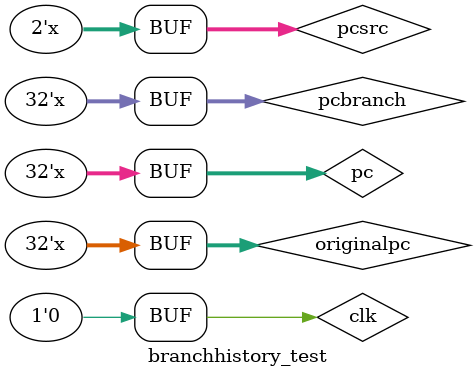
<source format=v>
`timescale 10ns/1ps
module branchhistory_test();
  reg         clk;
  reg  [1:0]  pcsrc;
  reg  [31:0] originalpc, pcbranch, pc;
  wire [31:0] pcnext;
  wire        clrbp;

   branchhistorytable DUT(clk,pcsrc,pc,pcbranch,originalpc,pcnext,clrbp);

  //  clock 
  always begin
    clk <= 1;
    #5;
    clk <= 0;
    # 5;
  end

  initial begin
    // No -> No: Regular instruction
    originalpc <= 32'h1;
    #1;
    pc <= 32'h1;
    originalpc <= 32'h2;
    pcsrc <= 2'b00;
    #1;

    // No -> Yes: Normal, non-existing in buffer, place originalpc values into buffer[0]
    pc <= 32'h2;
    originalpc <= 32'h3;
    pcsrc<=2'b00;
    #1;
    pc <= 32'h3;
    originalpc <= 32'h4;
    pcbranch <= 32'h50;
    pcsrc <= 2'b01;
    #1;


    // No -> Yes: Normal, non-existing in buffer, place originalpc values into buffer[1]
    pc <= 32'h4;
    originalpc <= 32'h50;
    pcsrc     <= 2'b00;
    #1;
    pc = 32'h50;
    originalpc <= 32'h51;
    pcbranch <= 32'h10;
    pcsrc <= 2'b01;
    #1;

    // Yes -> No: Existing in buffer, pcsrc[0] is false
    pc <= 32'h51;
    originalpc <= 32'h3;
    pcsrc <=2'b00;
    #1;
    pcsrc <= 2'b00;     // clrbp should be generated, originalpc comes back and is pcnext

    // Yes -> Yes: Existing in buffer, pcsrc[0] is true
    pc = 32'h3;
    originalpc <= 32'h23;
    pcsrc<=2'b00;
    #1;
    pcsrc <= 2'b01;
    pc <= 32'h23;
    originalpc <= 32'h24;
    #1;
    pc <=32'h24;
    originalpc <=32'h23;
    pcsrc<=2'b00;
    #1;
    pc <=32'h24;
    pcsrc<=2'b01;
    originalpc <=32'h25;
    #1;
    pcsrc<=2'b00;
    originalpc <= 32'h23;
    pc<=32'h24;
    #1
    pcsrc<=2'b01;
    originalpc<=32'h88;
    pc<=32'h23;
    #1
    pcsrc<=2'bx;
    originalpc<=32'hx;
    pc<=32'hx;
    pcbranch<=32'hx;
    



  end

endmodule

</source>
